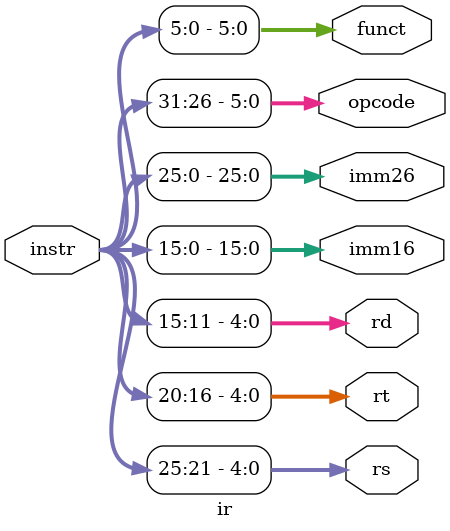
<source format=v>
`timescale 1ns / 1ps


module ir(
    input wire[31:0] instr,

    output wire[4:0] rs,
    output wire[4:0] rt,
    output wire[4:0] rd,
    output wire[15:0] imm16,
    output wire[25:0] imm26,
    output wire[5:0] opcode,
    output wire[5:0] funct 
    );

    assign rs = instr[25:21];
    assign rt = instr[20:16];
    assign rd = instr[15:11];
    assign imm16 = instr[15:0];
    assign imm26 = instr[25:0];
    assign opcode = instr[31:26];
    assign funct = instr[5:0];

endmodule

</source>
